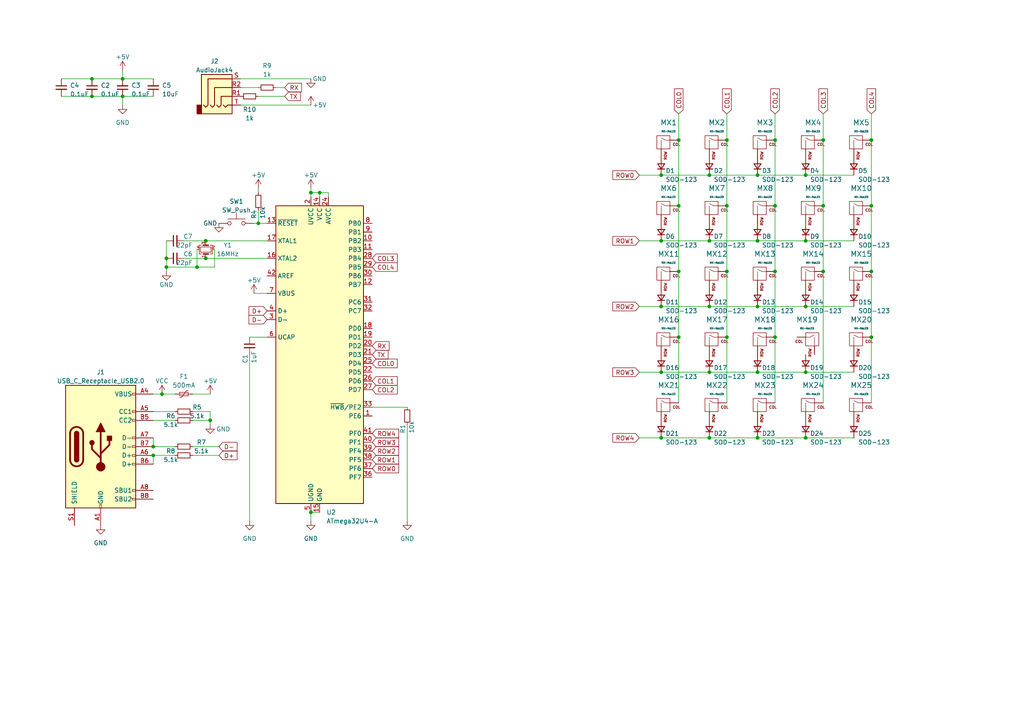
<source format=kicad_sch>
(kicad_sch (version 20230121) (generator eeschema)
  (paper "A4")
  (lib_symbols
    (symbol "Connector:USB_C_Receptacle_USB2.0" (pin_names (offset 1.016))
      (property "Reference" "J" (at -10.16 19.05 0))
      (property "Value" "USB_C_Receptacle_USB2.0" (at 19.05 19.05 0))
      (symbol "USB_C_Receptacle_USB2.0_0_0"
        (rectangle (start -0.254 -17.78) (end 0.254 -16.764))
        (rectangle (start 10.16 -14.986) (end 9.144 -15.494))
        (rectangle (start 10.16 -12.446) (end 9.144 -12.954))
        (rectangle (start 10.16 -4.826) (end 9.144 -5.334))
        (rectangle (start 10.16 -2.286) (end 9.144 -2.794))
        (rectangle (start 10.16 0.254) (end 9.144 -0.254))
        (rectangle (start 10.16 2.794) (end 9.144 2.286))
        (rectangle (start 10.16 7.874) (end 9.144 7.366))
        (rectangle (start 10.16 10.414) (end 9.144 9.906))
        (rectangle (start 10.16 15.494) (end 9.144 14.986))
      )
      (symbol "USB_C_Receptacle_USB2.0_0_1"
        (rectangle (start -10.16 17.78) (end 10.16 -17.78) (stroke (width 0.254)) (fill (type background)))
        (arc (start -8.89 -3.81) (mid -6.985 -5.7067) (end -5.08 -3.81) (stroke (width 0.508)))
        (arc (start -7.62 -3.81) (mid -6.985 -4.4423) (end -6.35 -3.81) (stroke (width 0.254)))
        (arc (start -7.62 -3.81) (mid -6.985 -4.4423) (end -6.35 -3.81) (stroke (width 0.254)) (fill (type outline)))
        (rectangle (start -7.62 -3.81) (end -6.35 3.81) (stroke (width 0.254)) (fill (type outline)))
        (arc (start -6.35 3.81) (mid -6.985 4.4423) (end -7.62 3.81) (stroke (width 0.254)))
        (arc (start -6.35 3.81) (mid -6.985 4.4423) (end -7.62 3.81) (stroke (width 0.254)) (fill (type outline)))
        (arc (start -5.08 3.81) (mid -6.985 5.7067) (end -8.89 3.81) (stroke (width 0.508)))
        (circle (center -2.54 1.143) (radius 0.635) (stroke (width 0.254)) (fill (type outline)))
        (circle (center 0 -5.842) (radius 1.27) (fill (type outline)))
        (polyline (pts (xy -8.89 -3.81) (xy -8.89 3.81)) (stroke (width 0.508)))
        (polyline (pts (xy -5.08 3.81) (xy -5.08 -3.81)) (stroke (width 0.508)))
        (polyline (pts (xy 0 -5.842) (xy 0 4.318)) (stroke (width 0.508)))
        (polyline (pts (xy 0 -3.302) (xy -2.54 -0.762) (xy -2.54 0.508)) (stroke (width 0.508)))
        (polyline (pts (xy 0 -2.032) (xy 2.54 0.508) (xy 2.54 1.778)) (stroke (width 0.508)))
        (polyline (pts (xy -1.27 4.318) (xy 0 6.858) (xy 1.27 4.318) (xy -1.27 4.318)) (stroke (width 0.254)) (fill (type outline)))
        (rectangle (start 1.905 1.778) (end 3.175 3.048) (stroke (width 0.254)) (fill (type outline)))
      )
      (symbol "USB_C_Receptacle_USB2.0_1_1"
        (pin passive line (at 0 -22.86 90) (length 5.08) (name "GND") (number "A1"))
        (pin passive line (at 0 -22.86 90) (length 5.08) hide (name "GND") (number "A12"))
        (pin passive line (at 15.24 15.24 180) (length 5.08) (name "VBUS") (number "A4"))
        (pin bidirectional line (at 15.24 10.16 180) (length 5.08) (name "CC1") (number "A5"))
        (pin bidirectional line (at 15.24 -2.54 180) (length 5.08) (name "D+") (number "A6"))
        (pin bidirectional line (at 15.24 2.54 180) (length 5.08) (name "D-") (number "A7"))
        (pin bidirectional line (at 15.24 -12.7 180) (length 5.08) (name "SBU1") (number "A8"))
        (pin passive line (at 15.24 15.24 180) (length 5.08) hide (name "VBUS") (number "A9"))
        (pin passive line (at 0 -22.86 90) (length 5.08) hide (name "GND") (number "B1"))
        (pin passive line (at 0 -22.86 90) (length 5.08) hide (name "GND") (number "B12"))
        (pin passive line (at 15.24 15.24 180) (length 5.08) hide (name "VBUS") (number "B4"))
        (pin bidirectional line (at 15.24 7.62 180) (length 5.08) (name "CC2") (number "B5"))
        (pin bidirectional line (at 15.24 -5.08 180) (length 5.08) (name "D+") (number "B6"))
        (pin bidirectional line (at 15.24 0 180) (length 5.08) (name "D-") (number "B7"))
        (pin bidirectional line (at 15.24 -15.24 180) (length 5.08) (name "SBU2") (number "B8"))
        (pin passive line (at 15.24 15.24 180) (length 5.08) hide (name "VBUS") (number "B9"))
        (pin passive line (at -7.62 -22.86 90) (length 5.08) (name "SHIELD") (number "S1"))
      )
    )
    (symbol "Connector_Audio:AudioJack4"
      (property "Reference" "J" (at 0 8.89 0))
      (property "Value" "AudioJack4" (at 0 6.35 0))
      (symbol "AudioJack4_0_1"
        (rectangle (start -6.35 -5.08) (end -7.62 -7.62) (stroke (width 0.254)) (fill (type outline)))
        (polyline (pts (xy 0 -5.08) (xy 0.635 -5.715) (xy 1.27 -5.08) (xy 2.54 -5.08)) (stroke (width 0.254)))
        (polyline (pts (xy -5.715 -5.08) (xy -5.08 -5.715) (xy -4.445 -5.08) (xy -4.445 2.54) (xy 2.54 2.54)) (stroke (width 0.254)))
        (polyline (pts (xy -1.905 -5.08) (xy -1.27 -5.715) (xy -0.635 -5.08) (xy -0.635 -2.54) (xy 2.54 -2.54)) (stroke (width 0.254)))
        (polyline (pts (xy 2.54 0) (xy -2.54 0) (xy -2.54 -5.08) (xy -3.175 -5.715) (xy -3.81 -5.08)) (stroke (width 0.254)))
        (rectangle (start 2.54 3.81) (end -6.35 -7.62) (stroke (width 0.254)) (fill (type background)))
      )
      (symbol "AudioJack4_1_1"
        (pin passive line (at 5.08 -2.54 180) (length 2.54) (name "~") (number "R1"))
        (pin passive line (at 5.08 0 180) (length 2.54) (name "~") (number "R2"))
        (pin passive line (at 5.08 2.54 180) (length 2.54) (name "~") (number "S"))
        (pin passive line (at 5.08 -5.08 180) (length 2.54) (name "~") (number "T"))
      )
    )
    (symbol "Device:C_Small" (pin_numbers hide) (pin_names (offset 0.254) hide)
      (property "Reference" "C" (at 0.254 1.778 0))
      (property "Value" "C_Small" (at 0.254 -2.032 0))
      (symbol "C_Small_0_1"
        (polyline (pts (xy -1.524 -0.508) (xy 1.524 -0.508)) (stroke (width 0.3302)))
        (polyline (pts (xy -1.524 0.508) (xy 1.524 0.508)) (stroke (width 0.3048)))
      )
      (symbol "C_Small_1_1"
        (pin passive line (at 0 2.54 270) (length 2.032) (name "~") (number "1"))
        (pin passive line (at 0 -2.54 90) (length 2.032) (name "~") (number "2"))
      )
    )
    (symbol "Device:Crystal_GND24_Small" (pin_names (offset 1.016) hide)
      (property "Reference" "Y" (at 1.27 4.445 0))
      (property "Value" "Crystal_GND24_Small" (at 1.27 2.54 0))
      (symbol "Crystal_GND24_Small_0_1"
        (rectangle (start -0.762 -1.524) (end 0.762 1.524))
        (polyline (pts (xy -1.27 -0.762) (xy -1.27 0.762)) (stroke (width 0.381)))
        (polyline (pts (xy 1.27 -0.762) (xy 1.27 0.762)) (stroke (width 0.381)))
        (polyline (pts (xy -1.27 -1.27) (xy -1.27 -1.905) (xy 1.27 -1.905) (xy 1.27 -1.27)))
        (polyline (pts (xy -1.27 1.27) (xy -1.27 1.905) (xy 1.27 1.905) (xy 1.27 1.27)))
      )
      (symbol "Crystal_GND24_Small_1_1"
        (pin passive line (at -2.54 0 0) (length 1.27) (name "1") (number "1"))
        (pin passive line (at 0 -2.54 90) (length 0.635) (name "2") (number "2"))
        (pin passive line (at 2.54 0 180) (length 1.27) (name "3") (number "3"))
        (pin passive line (at 0 2.54 270) (length 0.635) (name "4") (number "4"))
      )
    )
    (symbol "Device:D_Small" (pin_numbers hide) (pin_names (offset 0.254) hide)
      (property "Reference" "D" (at -1.27 2.032 0))
      (property "Value" "D_Small" (at -3.81 -2.032 0))
      (symbol "D_Small_0_1"
        (polyline (pts (xy -0.762 -1.016) (xy -0.762 1.016)) (stroke (width 0.254)))
        (polyline (pts (xy -0.762 0) (xy 0.762 0)))
        (polyline (pts (xy 0.762 -1.016) (xy -0.762 0) (xy 0.762 1.016) (xy 0.762 -1.016)) (stroke (width 0.254)))
      )
      (symbol "D_Small_1_1"
        (pin passive line (at -2.54 0 0) (length 1.778) (name "K") (number "1"))
        (pin passive line (at 2.54 0 180) (length 1.778) (name "A") (number "2"))
      )
    )
    (symbol "Device:Polyfuse_Small" (pin_numbers hide) (pin_names (offset 0))
      (property "Reference" "F" (at -1.905 0 90))
      (property "Value" "Polyfuse_Small" (at 1.905 0 90))
      (symbol "Polyfuse_Small_0_1"
        (rectangle (start -0.508 1.27) (end 0.508 -1.27))
        (polyline (pts (xy 0 2.54) (xy 0 -2.54)))
        (polyline (pts (xy -1.016 1.27) (xy -1.016 0.762) (xy 1.016 -0.762) (xy 1.016 -1.27)))
      )
      (symbol "Polyfuse_Small_1_1"
        (pin passive line (at 0 2.54 270) (length 0.635) (name "~") (number "1"))
        (pin passive line (at 0 -2.54 90) (length 0.635) (name "~") (number "2"))
      )
    )
    (symbol "Device:R_Small" (pin_numbers hide) (pin_names (offset 0.254) hide)
      (property "Reference" "R" (at 0.762 0.508 0))
      (property "Value" "R_Small" (at 0.762 -1.016 0))
      (symbol "R_Small_0_1"
        (rectangle (start -0.762 1.778) (end 0.762 -1.778) (stroke (width 0.2032)))
      )
      (symbol "R_Small_1_1"
        (pin passive line (at 0 2.54 270) (length 0.762) (name "~") (number "1"))
        (pin passive line (at 0 -2.54 90) (length 0.762) (name "~") (number "2"))
      )
    )
    (symbol "MCU_Microchip_ATmega:ATmega32U4-A"
      (property "Reference" "U" (at -12.7 44.45 0))
      (property "Value" "ATmega32U4-A" (at 2.54 -44.45 0))
      (symbol "ATmega32U4-A_0_1"
        (rectangle (start -12.7 -43.18) (end 12.7 43.18) (stroke (width 0.254)) (fill (type background)))
      )
      (symbol "ATmega32U4-A_1_1"
        (pin bidirectional line (at 15.24 -17.78 180) (length 2.54) (name "PE6") (number "1"))
        (pin bidirectional line (at 15.24 33.02 180) (length 2.54) (name "PB2") (number "10"))
        (pin bidirectional line (at 15.24 30.48 180) (length 2.54) (name "PB3") (number "11"))
        (pin bidirectional line (at 15.24 20.32 180) (length 2.54) (name "PB7") (number "12"))
        (pin input line (at -15.24 38.1 0) (length 2.54) (name "~{RESET}") (number "13"))
        (pin power_in line (at 0 45.72 270) (length 2.54) (name "VCC") (number "14"))
        (pin power_in line (at 0 -45.72 90) (length 2.54) (name "GND") (number "15"))
        (pin output line (at -15.24 27.94 0) (length 2.54) (name "XTAL2") (number "16"))
        (pin input line (at -15.24 33.02 0) (length 2.54) (name "XTAL1") (number "17"))
        (pin bidirectional line (at 15.24 7.62 180) (length 2.54) (name "PD0") (number "18"))
        (pin bidirectional line (at 15.24 5.08 180) (length 2.54) (name "PD1") (number "19"))
        (pin power_in line (at -2.54 45.72 270) (length 2.54) (name "UVCC") (number "2"))
        (pin bidirectional line (at 15.24 2.54 180) (length 2.54) (name "PD2") (number "20"))
        (pin bidirectional line (at 15.24 0 180) (length 2.54) (name "PD3") (number "21"))
        (pin bidirectional line (at 15.24 -5.08 180) (length 2.54) (name "PD5") (number "22"))
        (pin passive line (at 0 -45.72 90) (length 2.54) hide (name "GND") (number "23"))
        (pin power_in line (at 2.54 45.72 270) (length 2.54) (name "AVCC") (number "24"))
        (pin bidirectional line (at 15.24 -2.54 180) (length 2.54) (name "PD4") (number "25"))
        (pin bidirectional line (at 15.24 -7.62 180) (length 2.54) (name "PD6") (number "26"))
        (pin bidirectional line (at 15.24 -10.16 180) (length 2.54) (name "PD7") (number "27"))
        (pin bidirectional line (at 15.24 27.94 180) (length 2.54) (name "PB4") (number "28"))
        (pin bidirectional line (at 15.24 25.4 180) (length 2.54) (name "PB5") (number "29"))
        (pin bidirectional line (at -15.24 10.16 0) (length 2.54) (name "D-") (number "3"))
        (pin bidirectional line (at 15.24 22.86 180) (length 2.54) (name "PB6") (number "30"))
        (pin bidirectional line (at 15.24 15.24 180) (length 2.54) (name "PC6") (number "31"))
        (pin bidirectional line (at 15.24 12.7 180) (length 2.54) (name "PC7") (number "32"))
        (pin bidirectional line (at 15.24 -15.24 180) (length 2.54) (name "~{HWB}/PE2") (number "33"))
        (pin passive line (at 0 45.72 270) (length 2.54) hide (name "VCC") (number "34"))
        (pin passive line (at 0 -45.72 90) (length 2.54) hide (name "GND") (number "35"))
        (pin bidirectional line (at 15.24 -35.56 180) (length 2.54) (name "PF7") (number "36"))
        (pin bidirectional line (at 15.24 -33.02 180) (length 2.54) (name "PF6") (number "37"))
        (pin bidirectional line (at 15.24 -30.48 180) (length 2.54) (name "PF5") (number "38"))
        (pin bidirectional line (at 15.24 -27.94 180) (length 2.54) (name "PF4") (number "39"))
        (pin bidirectional line (at -15.24 12.7 0) (length 2.54) (name "D+") (number "4"))
        (pin bidirectional line (at 15.24 -25.4 180) (length 2.54) (name "PF1") (number "40"))
        (pin bidirectional line (at 15.24 -22.86 180) (length 2.54) (name "PF0") (number "41"))
        (pin passive line (at -15.24 22.86 0) (length 2.54) (name "AREF") (number "42"))
        (pin passive line (at 0 -45.72 90) (length 2.54) hide (name "GND") (number "43"))
        (pin passive line (at 2.54 45.72 270) (length 2.54) hide (name "AVCC") (number "44"))
        (pin passive line (at -2.54 -45.72 90) (length 2.54) (name "UGND") (number "5"))
        (pin passive line (at -15.24 5.08 0) (length 2.54) (name "UCAP") (number "6"))
        (pin input line (at -15.24 17.78 0) (length 2.54) (name "VBUS") (number "7"))
        (pin bidirectional line (at 15.24 38.1 180) (length 2.54) (name "PB0") (number "8"))
        (pin bidirectional line (at 15.24 35.56 180) (length 2.54) (name "PB1") (number "9"))
      )
    )
    (symbol "MX_Alps_Hybrid:MX-NoLED" (pin_names (offset 1.016))
      (property "Reference" "MX" (at -0.635 3.81 0))
      (property "Value" "MX-NoLED" (at -0.635 1.27 0))
      (symbol "MX-NoLED_0_0"
        (rectangle (start -2.54 2.54) (end 1.27 -1.27))
        (polyline (pts (xy -1.27 -1.27) (xy -1.27 1.27)) (stroke (width 0.127)))
        (polyline (pts (xy 1.27 1.27) (xy 0 1.27) (xy -1.27 1.905)) (stroke (width 0.127)))
        (text "COL" (at 3.175 0 0) (effects (font (size 0.762 0.762))))
        (text "ROW" (at 0 -1.905 900) (effects (font (size 0.762 0.762)) (justify right)))
      )
      (symbol "MX-NoLED_1_1"
        (pin passive line (at 3.81 1.27 180) (length 2.54) (name "COL") (number "1"))
        (pin passive line (at -1.27 -3.81 90) (length 2.54) (name "ROW") (number "2"))
      )
    )
    (symbol "Switch:SW_Push" (pin_numbers hide) (pin_names (offset 1.016) hide)
      (property "Reference" "SW" (at 1.27 2.54 0))
      (property "Value" "SW_Push" (at 0 -1.524 0))
      (symbol "SW_Push_0_1"
        (circle (center -2.032 0) (radius 0.508))
        (polyline (pts (xy 0 1.27) (xy 0 3.048)))
        (polyline (pts (xy 2.54 1.27) (xy -2.54 1.27)))
        (circle (center 2.032 0) (radius 0.508))
        (pin passive line (at -5.08 0 0) (length 2.54) (name "1") (number "1"))
        (pin passive line (at 5.08 0 180) (length 2.54) (name "2") (number "2"))
      )
    )
    (symbol "power:+5V" (power) (pin_names (offset 0))
      (property "Value" "+5V" (at 0 3.556 0))
      (symbol "+5V_0_1"
        (polyline (pts (xy -0.762 1.27) (xy 0 2.54)))
        (polyline (pts (xy 0 0) (xy 0 2.54)))
        (polyline (pts (xy 0 2.54) (xy 0.762 1.27)))
      )
      (symbol "+5V_1_1"
        (pin power_in line (at 0 0 90) (length 0) hide (name "+5V") (number "1"))
      )
    )
    (symbol "power:GND" (power) (pin_names (offset 0))
      (property "Value" "GND" (at 0 -3.81 0))
      (symbol "GND_0_1"
        (polyline (pts (xy 0 0) (xy 0 -1.27) (xy 1.27 -1.27) (xy 0 -2.54) (xy -1.27 -1.27) (xy 0 -1.27)))
      )
      (symbol "GND_1_1"
        (pin power_in line (at 0 0 270) (length 0) hide (name "GND") (number "1"))
      )
    )
    (symbol "power:VCC" (power) (pin_names (offset 0))
      (property "Value" "VCC" (at 0 3.81 0))
      (symbol "VCC_0_1"
        (polyline (pts (xy -0.762 1.27) (xy 0 2.54)))
        (polyline (pts (xy 0 0) (xy 0 2.54)))
        (polyline (pts (xy 0 2.54) (xy 0.762 1.27)))
      )
      (symbol "VCC_1_1"
        (pin power_in line (at 0 0 90) (length 0) hide (name "VCC") (number "1"))
      )
    )
  )
  (junction (at 60.96 121.92))
  (junction (at 196.85 59.69))
  (junction (at 57.15 77.47))
  (junction (at 59.69 74.93))
  (junction (at 252.73 59.69))
  (junction (at 196.85 97.79))
  (junction (at 205.74 69.85))
  (junction (at 252.73 40.64))
  (junction (at 219.71 69.85))
  (junction (at 26.67 22.86))
  (junction (at 191.77 50.8))
  (junction (at 205.74 107.95))
  (junction (at 224.79 78.74))
  (junction (at 224.79 40.64))
  (junction (at 205.74 127))
  (junction (at 35.56 27.94))
  (junction (at 46.99 114.3))
  (junction (at 90.17 148.59))
  (junction (at 210.82 59.69))
  (junction (at 44.45 129.54))
  (junction (at 35.56 22.86))
  (junction (at 219.71 127))
  (junction (at 26.67 27.94))
  (junction (at 210.82 97.79))
  (junction (at 205.74 88.9))
  (junction (at 196.85 78.74))
  (junction (at 90.17 55.88))
  (junction (at 92.71 55.88))
  (junction (at 224.79 59.69))
  (junction (at 233.68 88.9))
  (junction (at 238.76 59.69))
  (junction (at 233.68 107.95))
  (junction (at 191.77 107.95))
  (junction (at 219.71 88.9))
  (junction (at 48.26 77.47))
  (junction (at 191.77 88.9))
  (junction (at 252.73 97.79))
  (junction (at 48.26 74.93))
  (junction (at 233.68 50.8))
  (junction (at 210.82 40.64))
  (junction (at 205.74 50.8))
  (junction (at 233.68 127))
  (junction (at 74.93 64.77))
  (junction (at 191.77 127))
  (junction (at 196.85 40.64))
  (junction (at 233.68 69.85))
  (junction (at 44.45 132.08))
  (junction (at 59.69 69.85))
  (junction (at 238.76 40.64))
  (junction (at 238.76 78.74))
  (junction (at 219.71 50.8))
  (junction (at 191.77 69.85))
  (junction (at 252.73 78.74))
  (junction (at 219.71 107.95))
  (junction (at 210.82 78.74))
  (junction (at 224.79 97.79))
  (wire (pts (xy 233.68 50.8) (xy 247.65 50.8)))
  (wire (pts (xy 196.85 33.02) (xy 196.85 40.64)))
  (wire (pts (xy 219.71 127) (xy 233.68 127)))
  (wire (pts (xy 55.88 119.38) (xy 60.96 119.38)))
  (wire (pts (xy 35.56 22.86) (xy 44.45 22.86)))
  (wire (pts (xy 90.17 148.59) (xy 92.71 148.59)))
  (wire (pts (xy 233.68 127) (xy 247.65 127)))
  (wire (pts (xy 210.82 59.69) (xy 210.82 78.74)))
  (wire (pts (xy 35.56 20.32) (xy 35.56 22.86)))
  (wire (pts (xy 238.76 78.74) (xy 238.76 116.84)))
  (wire (pts (xy 17.78 22.86) (xy 26.67 22.86)))
  (wire (pts (xy 53.34 74.93) (xy 59.69 74.93)))
  (wire (pts (xy 95.25 55.88) (xy 92.71 55.88)))
  (wire (pts (xy 196.85 97.79) (xy 196.85 116.84)))
  (wire (pts (xy 191.77 127) (xy 205.74 127)))
  (wire (pts (xy 72.39 102.87) (xy 72.39 151.13)))
  (wire (pts (xy 185.42 69.85) (xy 191.77 69.85)))
  (wire (pts (xy 35.56 27.94) (xy 44.45 27.94)))
  (wire (pts (xy 26.67 27.94) (xy 35.56 27.94)))
  (wire (pts (xy 196.85 78.74) (xy 196.85 97.79)))
  (wire (pts (xy 62.23 72.39) (xy 62.23 77.47)))
  (wire (pts (xy 118.11 123.19) (xy 118.11 151.13)))
  (wire (pts (xy 44.45 132.08) (xy 44.45 134.62)))
  (wire (pts (xy 224.79 97.79) (xy 224.79 116.84)))
  (wire (pts (xy 196.85 40.64) (xy 196.85 59.69)))
  (wire (pts (xy 252.73 97.79) (xy 252.73 116.84)))
  (wire (pts (xy 48.26 69.85) (xy 48.26 74.93)))
  (wire (pts (xy 55.88 114.3) (xy 60.96 114.3)))
  (wire (pts (xy 74.93 25.4) (xy 69.85 25.4)))
  (wire (pts (xy 17.78 27.94) (xy 26.67 27.94)))
  (wire (pts (xy 55.88 121.92) (xy 60.96 121.92)))
  (wire (pts (xy 73.66 64.77) (xy 74.93 64.77)))
  (wire (pts (xy 57.15 72.39) (xy 57.15 77.47)))
  (wire (pts (xy 73.66 85.09) (xy 77.47 85.09)))
  (wire (pts (xy 205.74 69.85) (xy 219.71 69.85)))
  (wire (pts (xy 90.17 148.59) (xy 90.17 151.13)))
  (wire (pts (xy 185.42 88.9) (xy 191.77 88.9)))
  (wire (pts (xy 35.56 27.94) (xy 35.56 30.48)))
  (wire (pts (xy 92.71 55.88) (xy 92.71 57.15)))
  (wire (pts (xy 62.23 77.47) (xy 57.15 77.47)))
  (wire (pts (xy 219.71 69.85) (xy 233.68 69.85)))
  (wire (pts (xy 60.96 119.38) (xy 60.96 121.92)))
  (wire (pts (xy 48.26 78.74) (xy 48.26 77.47)))
  (wire (pts (xy 74.93 64.77) (xy 77.47 64.77)))
  (wire (pts (xy 205.74 127) (xy 219.71 127)))
  (wire (pts (xy 233.68 88.9) (xy 247.65 88.9)))
  (wire (pts (xy 55.88 129.54) (xy 63.5 129.54)))
  (wire (pts (xy 238.76 59.69) (xy 238.76 78.74)))
  (wire (pts (xy 80.01 25.4) (xy 82.55 25.4)))
  (wire (pts (xy 219.71 107.95) (xy 233.68 107.95)))
  (wire (pts (xy 48.26 77.47) (xy 57.15 77.47)))
  (wire (pts (xy 53.34 69.85) (xy 59.69 69.85)))
  (wire (pts (xy 69.85 30.48) (xy 90.17 30.48)))
  (wire (pts (xy 191.77 107.95) (xy 205.74 107.95)))
  (wire (pts (xy 252.73 78.74) (xy 252.73 97.79)))
  (wire (pts (xy 107.95 118.11) (xy 118.11 118.11)))
  (wire (pts (xy 191.77 50.8) (xy 205.74 50.8)))
  (wire (pts (xy 224.79 40.64) (xy 224.79 59.69)))
  (wire (pts (xy 252.73 59.69) (xy 252.73 78.74)))
  (wire (pts (xy 219.71 88.9) (xy 233.68 88.9)))
  (wire (pts (xy 72.39 97.79) (xy 77.47 97.79)))
  (wire (pts (xy 224.79 59.69) (xy 224.79 78.74)))
  (wire (pts (xy 205.74 88.9) (xy 219.71 88.9)))
  (wire (pts (xy 210.82 33.02) (xy 210.82 40.64)))
  (wire (pts (xy 185.42 127) (xy 191.77 127)))
  (wire (pts (xy 252.73 40.64) (xy 252.73 59.69)))
  (wire (pts (xy 44.45 114.3) (xy 46.99 114.3)))
  (wire (pts (xy 233.68 107.95) (xy 247.65 107.95)))
  (wire (pts (xy 233.68 69.85) (xy 247.65 69.85)))
  (wire (pts (xy 44.45 121.92) (xy 50.8 121.92)))
  (wire (pts (xy 44.45 119.38) (xy 50.8 119.38)))
  (wire (pts (xy 224.79 78.74) (xy 224.79 97.79)))
  (wire (pts (xy 92.71 55.88) (xy 90.17 55.88)))
  (wire (pts (xy 219.71 50.8) (xy 233.68 50.8)))
  (wire (pts (xy 26.67 22.86) (xy 35.56 22.86)))
  (wire (pts (xy 210.82 97.79) (xy 210.82 116.84)))
  (wire (pts (xy 185.42 107.95) (xy 191.77 107.95)))
  (wire (pts (xy 196.85 59.69) (xy 196.85 78.74)))
  (wire (pts (xy 90.17 54.61) (xy 90.17 55.88)))
  (wire (pts (xy 44.45 127) (xy 44.45 129.54)))
  (wire (pts (xy 205.74 50.8) (xy 219.71 50.8)))
  (wire (pts (xy 238.76 33.02) (xy 238.76 40.64)))
  (wire (pts (xy 191.77 69.85) (xy 205.74 69.85)))
  (wire (pts (xy 74.93 60.96) (xy 74.93 64.77)))
  (wire (pts (xy 95.25 57.15) (xy 95.25 55.88)))
  (wire (pts (xy 252.73 33.02) (xy 252.73 40.64)))
  (wire (pts (xy 90.17 55.88) (xy 90.17 57.15)))
  (wire (pts (xy 69.85 22.86) (xy 90.17 22.86)))
  (wire (pts (xy 59.69 74.93) (xy 77.47 74.93)))
  (wire (pts (xy 74.93 27.94) (xy 82.55 27.94)))
  (wire (pts (xy 210.82 40.64) (xy 210.82 59.69)))
  (wire (pts (xy 44.45 132.08) (xy 50.8 132.08)))
  (wire (pts (xy 205.74 107.95) (xy 219.71 107.95)))
  (wire (pts (xy 60.96 121.92) (xy 60.96 123.19)))
  (wire (pts (xy 191.77 88.9) (xy 205.74 88.9)))
  (wire (pts (xy 48.26 77.47) (xy 48.26 74.93)))
  (wire (pts (xy 238.76 40.64) (xy 238.76 59.69)))
  (wire (pts (xy 224.79 33.02) (xy 224.79 40.64)))
  (wire (pts (xy 55.88 132.08) (xy 63.5 132.08)))
  (wire (pts (xy 46.99 114.3) (xy 50.8 114.3)))
  (wire (pts (xy 44.45 129.54) (xy 50.8 129.54)))
  (wire (pts (xy 74.93 54.61) (xy 74.93 55.88)))
  (wire (pts (xy 210.82 78.74) (xy 210.82 97.79)))
  (wire (pts (xy 185.42 50.8) (xy 191.77 50.8)))
  (wire (pts (xy 59.69 69.85) (xy 77.47 69.85)))
  (global_label "COL3" (shape input) (at 238.76 33.02 90) (property "Intersheetrefs" "${INTERSHEET_REFS}" (effects hide)))
  (global_label "ROW2" (shape input) (at 107.95 130.81 0) (property "Intersheetrefs" "${INTERSHEET_REFS}" (effects hide)))
  (global_label "COL4" (shape input) (at 252.73 33.02 90) (property "Intersheetrefs" "${INTERSHEET_REFS}" (effects hide)))
  (global_label "COL4" (shape input) (at 107.95 77.47 0) (property "Intersheetrefs" "${INTERSHEET_REFS}" (effects hide)))
  (global_label "RX" (shape input) (at 107.95 100.33 0) (property "Intersheetrefs" "${INTERSHEET_REFS}" (effects hide)))
  (global_label "RX" (shape input) (at 82.55 25.4 0) (property "Intersheetrefs" "${INTERSHEET_REFS}" (effects hide)))
  (global_label "ROW1" (shape input) (at 107.95 133.35 0) (property "Intersheetrefs" "${INTERSHEET_REFS}" (effects hide)))
  (global_label "D+" (shape input) (at 77.47 90.17 180) (property "Intersheetrefs" "${INTERSHEET_REFS}" (effects hide)))
  (global_label "ROW3" (shape input) (at 107.95 128.27 0) (property "Intersheetrefs" "${INTERSHEET_REFS}" (effects hide)))
  (global_label "COL3" (shape input) (at 107.95 74.93 0) (property "Intersheetrefs" "${INTERSHEET_REFS}" (effects hide)))
  (global_label "ROW0" (shape input) (at 107.95 135.89 0) (property "Intersheetrefs" "${INTERSHEET_REFS}" (effects hide)))
  (global_label "COL2" (shape input) (at 224.79 33.02 90) (property "Intersheetrefs" "${INTERSHEET_REFS}" (effects hide)))
  (global_label "D-" (shape input) (at 77.47 92.71 180) (property "Intersheetrefs" "${INTERSHEET_REFS}" (effects hide)))
  (global_label "COL2" (shape input) (at 107.95 113.03 0) (property "Intersheetrefs" "${INTERSHEET_REFS}" (effects hide)))
  (global_label "COL0" (shape input) (at 196.85 33.02 90) (property "Intersheetrefs" "${INTERSHEET_REFS}" (effects hide)))
  (global_label "ROW0" (shape input) (at 185.42 50.8 180) (property "Intersheetrefs" "${INTERSHEET_REFS}" (effects hide)))
  (global_label "ROW4" (shape input) (at 107.95 125.73 0) (property "Intersheetrefs" "${INTERSHEET_REFS}" (effects hide)))
  (global_label "D-" (shape input) (at 63.5 129.54 0) (property "Intersheetrefs" "${INTERSHEET_REFS}" (effects hide)))
  (global_label "TX" (shape input) (at 82.55 27.94 0) (property "Intersheetrefs" "${INTERSHEET_REFS}" (effects hide)))
  (global_label "TX" (shape input) (at 107.95 102.87 0) (property "Intersheetrefs" "${INTERSHEET_REFS}" (effects hide)))
  (global_label "D+" (shape input) (at 63.5 132.08 0) (property "Intersheetrefs" "${INTERSHEET_REFS}" (effects hide)))
  (global_label "ROW3" (shape input) (at 185.42 107.95 180) (property "Intersheetrefs" "${INTERSHEET_REFS}" (effects hide)))
  (global_label "COL1" (shape input) (at 210.82 33.02 90) (property "Intersheetrefs" "${INTERSHEET_REFS}" (effects hide)))
  (global_label "COL1" (shape input) (at 107.95 110.49 0) (property "Intersheetrefs" "${INTERSHEET_REFS}" (effects hide)))
  (global_label "ROW2" (shape input) (at 185.42 88.9 180) (property "Intersheetrefs" "${INTERSHEET_REFS}" (effects hide)))
  (global_label "ROW1" (shape input) (at 185.42 69.85 180) (property "Intersheetrefs" "${INTERSHEET_REFS}" (effects hide)))
  (global_label "COL0" (shape input) (at 107.95 105.41 0) (property "Intersheetrefs" "${INTERSHEET_REFS}" (effects hide)))
  (global_label "ROW4" (shape input) (at 185.42 127 180) (property "Intersheetrefs" "${INTERSHEET_REFS}" (effects hide)))
  (symbol (lib_id "MX_Alps_Hybrid:MX-NoLED") (at 207.01 60.96 0) (unit 1)
    (property "Reference" "MX7" (at 207.8932 54.61 0) (effects (font (size 1.524 1.524))))
    (property "Value" "MX-NoLED" (at 207.8932 57.15 0) (effects (font (size 0.508 0.508))))
    (property "Footprint" "MX_Alps_Hybrid:MX-1U-NoLED" (effects hide))
  )
  (symbol (lib_id "MX_Alps_Hybrid:MX-NoLED") (at 193.04 60.96 0) (unit 1)
    (property "Reference" "MX6" (at 193.9232 54.61 0) (effects (font (size 1.524 1.524))))
    (property "Value" "MX-NoLED" (at 193.9232 57.15 0) (effects (font (size 0.508 0.508))))
    (property "Footprint" "MX_Alps_Hybrid:MX-1U-NoLED" (effects hide))
  )
  (symbol (lib_id "Device:D_Small") (at 233.68 67.31 90) (unit 1)
    (property "Reference" "D9" (at 234.95 68.58 90) (effects (justify right)))
    (property "Value" "SOD-123" (at 234.95 71.12 90) (effects (justify right)))
    (property "Footprint" "Diode_SMD:D_SOD-123" (effects hide))
    (property "Sim.Device" "D" (effects hide))
    (property "Sim.Pins" "1=K 2=A" (effects hide))
  )
  (symbol (lib_id "Device:C_Small") (at 35.56 25.4 180) (unit 1)
    (property "Reference" "C3" (at 38.1 24.7586 0) (effects (justify right)))
    (property "Value" "0.1uF" (at 38.1 27.2986 0) (effects (justify right)))
    (property "Footprint" "Capacitor_SMD:C_0805_2012Metric" (effects hide))
  )
  (symbol (lib_id "Device:D_Small") (at 205.74 124.46 90) (unit 1)
    (property "Reference" "D22" (at 207.01 125.73 90) (effects (justify right)))
    (property "Value" "SOD-123" (at 207.01 128.27 90) (effects (justify right)))
    (property "Footprint" "Diode_SMD:D_SOD-123" (effects hide))
    (property "Sim.Device" "D" (effects hide))
    (property "Sim.Pins" "1=K 2=A" (effects hide))
  )
  (symbol (lib_id "Device:D_Small") (at 205.74 67.31 90) (unit 1)
    (property "Reference" "D7" (at 207.01 68.58 90) (effects (justify right)))
    (property "Value" "SOD-123" (at 207.01 71.12 90) (effects (justify right)))
    (property "Footprint" "Diode_SMD:D_SOD-123" (effects hide))
    (property "Sim.Device" "D" (effects hide))
    (property "Sim.Pins" "1=K 2=A" (effects hide))
  )
  (symbol (lib_id "Device:D_Small") (at 205.74 86.36 90) (unit 1)
    (property "Reference" "D12" (at 207.01 87.63 90) (effects (justify right)))
    (property "Value" "SOD-123" (at 207.01 90.17 90) (effects (justify right)))
    (property "Footprint" "Diode_SMD:D_SOD-123" (effects hide))
    (property "Sim.Device" "D" (effects hide))
    (property "Sim.Pins" "1=K 2=A" (effects hide))
  )
  (symbol (lib_id "power:+5V") (at 90.17 54.61 0) (unit 1)
    (property "Reference" "#PWR01" (effects hide))
    (property "Value" "+5V" (at 90.17 50.8 0))
  )
  (symbol (lib_id "Device:D_Small") (at 219.71 124.46 90) (unit 1)
    (property "Reference" "D23" (at 220.98 125.73 90) (effects (justify right)))
    (property "Value" "SOD-123" (at 220.98 128.27 90) (effects (justify right)))
    (property "Footprint" "Diode_SMD:D_SOD-123" (effects hide))
    (property "Sim.Device" "D" (effects hide))
    (property "Sim.Pins" "1=K 2=A" (effects hide))
  )
  (symbol (lib_id "MX_Alps_Hybrid:MX-NoLED") (at 248.92 60.96 0) (unit 1)
    (property "Reference" "MX10" (at 249.8032 54.61 0) (effects (font (size 1.524 1.524))))
    (property "Value" "MX-NoLED" (at 249.8032 57.15 0) (effects (font (size 0.508 0.508))))
    (property "Footprint" "MX_Alps_Hybrid:MX-1U-NoLED" (effects hide))
  )
  (symbol (lib_id "MX_Alps_Hybrid:MX-NoLED") (at 193.04 80.01 0) (unit 1)
    (property "Reference" "MX11" (at 193.9232 73.66 0) (effects (font (size 1.524 1.524))))
    (property "Value" "MX-NoLED" (at 193.9232 76.2 0) (effects (font (size 0.508 0.508))))
    (property "Footprint" "MX_Alps_Hybrid:MX-1U-NoLED" (effects hide))
  )
  (symbol (lib_id "MX_Alps_Hybrid:MX-NoLED") (at 193.04 99.06 0) (unit 1)
    (property "Reference" "MX16" (at 193.9232 92.71 0) (effects (font (size 1.524 1.524))))
    (property "Value" "MX-NoLED" (at 193.9232 95.25 0) (effects (font (size 0.508 0.508))))
    (property "Footprint" "MX_Alps_Hybrid:MX-1U-NoLED" (effects hide))
  )
  (symbol (lib_id "Connector:USB_C_Receptacle_USB2.0") (at 29.21 129.54 0) (unit 1)
    (property "Reference" "J1" (at 29.21 107.95 0))
    (property "Value" "USB_C_Receptacle_USB2.0" (at 29.21 110.49 0))
    (property "Footprint" "Connector_USB:USB_C_Receptacle_Amphenol_12401610E4-2A" (effects hide))
    (property "Datasheet" "https://www.usb.org/sites/default/files/documents/usb_type-c.zip" (effects hide))
  )
  (symbol (lib_id "power:GND") (at 118.11 151.13 0) (unit 1)
    (property "Reference" "#PWR03" (effects hide))
    (property "Value" "GND" (at 118.11 156.21 0))
  )
  (symbol (lib_id "power:+5V") (at 73.66 85.09 0) (unit 1)
    (property "Reference" "#PWR07" (effects hide))
    (property "Value" "+5V" (at 73.66 81.28 0))
  )
  (symbol (lib_id "Device:Crystal_GND24_Small") (at 59.69 72.39 90) (unit 1)
    (property "Reference" "Y1" (at 66.04 71.12 90))
    (property "Value" "16MHz" (at 66.04 73.66 90))
    (property "Footprint" "Crystal:Crystal_SMD_3225-4Pin_3.2x2.5mm" (effects hide))
  )
  (symbol (lib_id "Device:D_Small") (at 191.77 48.26 90) (unit 1)
    (property "Reference" "D1" (at 193.04 49.53 90) (effects (justify right)))
    (property "Value" "SOD-123" (at 193.04 52.07 90) (effects (justify right)))
    (property "Footprint" "Diode_SMD:D_SOD-123" (effects hide))
    (property "Sim.Device" "D" (effects hide))
    (property "Sim.Pins" "1=K 2=A" (effects hide))
  )
  (symbol (lib_id "Device:D_Small") (at 233.68 124.46 90) (unit 1)
    (property "Reference" "D24" (at 234.95 125.73 90) (effects (justify right)))
    (property "Value" "SOD-123" (at 234.95 128.27 90) (effects (justify right)))
    (property "Footprint" "Diode_SMD:D_SOD-123" (effects hide))
    (property "Sim.Device" "D" (effects hide))
    (property "Sim.Pins" "1=K 2=A" (effects hide))
  )
  (symbol (lib_id "Device:Polyfuse_Small") (at 53.34 114.3 90) (unit 1)
    (property "Reference" "F1" (at 53.34 109.22 90))
    (property "Value" "500mA" (at 53.34 111.76 90))
    (property "Footprint" "Fuse:Fuse_1206_3216Metric" (effects hide))
  )
  (symbol (lib_id "MX_Alps_Hybrid:MX-NoLED") (at 207.01 41.91 0) (unit 1)
    (property "Reference" "MX2" (at 207.8932 35.56 0) (effects (font (size 1.524 1.524))))
    (property "Value" "MX-NoLED" (at 207.8932 38.1 0) (effects (font (size 0.508 0.508))))
    (property "Footprint" "MX_Alps_Hybrid:MX-1U-NoLED" (effects hide))
  )
  (symbol (lib_id "Device:C_Small") (at 50.8 69.85 90) (unit 1)
    (property "Reference" "C7" (at 55.88 68.58 90) (effects (justify left)))
    (property "Value" "22pF" (at 55.88 71.12 90) (effects (justify left)))
    (property "Footprint" "Capacitor_SMD:C_0805_2012Metric" (effects hide))
  )
  (symbol (lib_id "Device:D_Small") (at 233.68 105.41 90) (unit 1)
    (property "Reference" "D19" (at 234.95 106.68 90) (effects (justify right)))
    (property "Value" "SOD-123" (at 234.95 109.22 90) (effects (justify right)))
    (property "Footprint" "Diode_SMD:D_SOD-123" (effects hide))
    (property "Sim.Device" "D" (effects hide))
    (property "Sim.Pins" "1=K 2=A" (effects hide))
  )
  (symbol (lib_id "Device:D_Small") (at 233.68 86.36 90) (unit 1)
    (property "Reference" "D14" (at 234.95 87.63 90) (effects (justify right)))
    (property "Value" "SOD-123" (at 234.95 90.17 90) (effects (justify right)))
    (property "Footprint" "Diode_SMD:D_SOD-123" (effects hide))
    (property "Sim.Device" "D" (effects hide))
    (property "Sim.Pins" "1=K 2=A" (effects hide))
  )
  (symbol (lib_id "MX_Alps_Hybrid:MX-NoLED") (at 248.92 99.06 0) (unit 1)
    (property "Reference" "MX20" (at 249.8032 92.71 0) (effects (font (size 1.524 1.524))))
    (property "Value" "MX-NoLED" (at 249.8032 95.25 0) (effects (font (size 0.508 0.508))))
    (property "Footprint" "MX_Alps_Hybrid:MX-1U-NoLED" (effects hide))
  )
  (symbol (lib_id "Device:D_Small") (at 191.77 105.41 90) (unit 1)
    (property "Reference" "D16" (at 193.04 106.68 90) (effects (justify right)))
    (property "Value" "SOD-123" (at 193.04 109.22 90) (effects (justify right)))
    (property "Footprint" "Diode_SMD:D_SOD-123" (effects hide))
    (property "Sim.Device" "D" (effects hide))
    (property "Sim.Pins" "1=K 2=A" (effects hide))
  )
  (symbol (lib_id "MX_Alps_Hybrid:MX-NoLED") (at 234.95 80.01 0) (unit 1)
    (property "Reference" "MX14" (at 235.8332 73.66 0) (effects (font (size 1.524 1.524))))
    (property "Value" "MX-NoLED" (at 235.8332 76.2 0) (effects (font (size 0.508 0.508))))
    (property "Footprint" "MX_Alps_Hybrid:MX-1U-NoLED" (effects hide))
  )
  (symbol (lib_id "Device:D_Small") (at 219.71 48.26 90) (unit 1)
    (property "Reference" "D3" (at 220.98 49.53 90) (effects (justify right)))
    (property "Value" "SOD-123" (at 220.98 52.07 90) (effects (justify right)))
    (property "Footprint" "Diode_SMD:D_SOD-123" (effects hide))
    (property "Sim.Device" "D" (effects hide))
    (property "Sim.Pins" "1=K 2=A" (effects hide))
  )
  (symbol (lib_id "MCU_Microchip_ATmega:ATmega32U4-A") (at 92.71 102.87 0) (unit 1)
    (property "Reference" "U2" (at 94.6659 148.59 0) (effects (justify left)))
    (property "Value" "ATmega32U4-A" (at 94.6659 151.13 0) (effects (justify left)))
    (property "Footprint" "Package_QFP:TQFP-44_10x10mm_P0.8mm" (effects hide))
    (property "Datasheet" "http://ww1.microchip.com/downloads/en/DeviceDoc/Atmel-7766-8-bit-AVR-ATmega16U4-32U4_Datasheet.pdf" (effects hide))
  )
  (symbol (lib_id "Device:D_Small") (at 219.71 67.31 90) (unit 1)
    (property "Reference" "D8" (at 220.98 68.58 90) (effects (justify right)))
    (property "Value" "SOD-123" (at 220.98 71.12 90) (effects (justify right)))
    (property "Footprint" "Diode_SMD:D_SOD-123" (effects hide))
    (property "Sim.Device" "D" (effects hide))
    (property "Sim.Pins" "1=K 2=A" (effects hide))
  )
  (symbol (lib_id "Device:R_Small") (at 53.34 121.92 90) (unit 1)
    (property "Reference" "R6" (at 49.53 120.65 90))
    (property "Value" "5.1k" (at 49.53 123.19 90))
    (property "Footprint" "Resistor_SMD:R_0805_2012Metric" (effects hide))
  )
  (symbol (lib_id "Device:C_Small") (at 44.45 25.4 180) (unit 1)
    (property "Reference" "C5" (at 46.99 24.7586 0) (effects (justify right)))
    (property "Value" "10uF" (at 46.99 27.2986 0) (effects (justify right)))
    (property "Footprint" "Capacitor_SMD:C_0805_2012Metric" (effects hide))
  )
  (symbol (lib_id "Device:D_Small") (at 219.71 105.41 90) (unit 1)
    (property "Reference" "D18" (at 220.98 106.68 90) (effects (justify right)))
    (property "Value" "SOD-123" (at 220.98 109.22 90) (effects (justify right)))
    (property "Footprint" "Diode_SMD:D_SOD-123" (effects hide))
    (property "Sim.Device" "D" (effects hide))
    (property "Sim.Pins" "1=K 2=A" (effects hide))
  )
  (symbol (lib_id "MX_Alps_Hybrid:MX-NoLED") (at 234.95 99.06 0) (mirror y) (unit 1)
    (property "Reference" "MX19" (at 234.0668 92.71 0) (effects (font (size 1.524 1.524))))
    (property "Value" "MX-NoLED" (at 234.0668 95.25 0) (effects (font (size 0.508 0.508))))
    (property "Footprint" "MX_Alps_Hybrid:MX-1U-NoLED" (effects hide))
  )
  (symbol (lib_id "MX_Alps_Hybrid:MX-NoLED") (at 193.04 41.91 0) (unit 1)
    (property "Reference" "MX1" (at 193.9232 35.56 0) (effects (font (size 1.524 1.524))))
    (property "Value" "MX-NoLED" (at 193.9232 38.1 0) (effects (font (size 0.508 0.508))))
    (property "Footprint" "MX_Alps_Hybrid:MX-1U-NoLED" (effects hide))
  )
  (symbol (lib_id "power:GND") (at 63.5 64.77 0) (unit 1)
    (property "Reference" "#PWR09" (effects hide))
    (property "Value" "GND" (at 60.96 64.77 0))
  )
  (symbol (lib_id "MX_Alps_Hybrid:MX-NoLED") (at 248.92 118.11 0) (unit 1)
    (property "Reference" "MX25" (at 249.8032 111.76 0) (effects (font (size 1.524 1.524))))
    (property "Value" "MX-NoLED" (at 249.8032 114.3 0) (effects (font (size 0.508 0.508))))
    (property "Footprint" "MX_Alps_Hybrid:MX-1U-NoLED" (effects hide))
  )
  (symbol (lib_id "Device:D_Small") (at 205.74 105.41 90) (unit 1)
    (property "Reference" "D17" (at 207.01 106.68 90) (effects (justify right)))
    (property "Value" "SOD-123" (at 207.01 109.22 90) (effects (justify right)))
    (property "Footprint" "Diode_SMD:D_SOD-123" (effects hide))
    (property "Sim.Device" "D" (effects hide))
    (property "Sim.Pins" "1=K 2=A" (effects hide))
  )
  (symbol (lib_id "Device:C_Small") (at 72.39 100.33 0) (unit 1)
    (property "Reference" "C1" (at 71.12 105.41 90) (effects (justify left)))
    (property "Value" "1uF" (at 73.66 105.41 90) (effects (justify left)))
    (property "Footprint" "Capacitor_SMD:C_0805_2012Metric" (effects hide))
  )
  (symbol (lib_id "power:GND") (at 48.26 78.74 0) (unit 1)
    (property "Reference" "#PWR08" (effects hide))
    (property "Value" "GND" (at 48.26 82.55 0))
  )
  (symbol (lib_id "Device:D_Small") (at 247.65 105.41 90) (unit 1)
    (property "Reference" "D20" (at 248.92 106.68 90) (effects (justify right)))
    (property "Value" "SOD-123" (at 248.92 109.22 90) (effects (justify right)))
    (property "Footprint" "Diode_SMD:D_SOD-123" (effects hide))
    (property "Sim.Device" "D" (effects hide))
    (property "Sim.Pins" "1=K 2=A" (effects hide))
  )
  (symbol (lib_id "Device:C_Small") (at 26.67 25.4 0) (unit 1)
    (property "Reference" "C2" (at 29.21 24.7713 0) (effects (justify left)))
    (property "Value" "0.1uF" (at 29.21 27.3113 0) (effects (justify left)))
    (property "Footprint" "Capacitor_SMD:C_0805_2012Metric" (effects hide))
  )
  (symbol (lib_id "MX_Alps_Hybrid:MX-NoLED") (at 193.04 118.11 0) (unit 1)
    (property "Reference" "MX21" (at 193.9232 111.76 0) (effects (font (size 1.524 1.524))))
    (property "Value" "MX-NoLED" (at 193.9232 114.3 0) (effects (font (size 0.508 0.508))))
    (property "Footprint" "MX_Alps_Hybrid:MX-1U-NoLED" (effects hide))
  )
  (symbol (lib_id "power:GND") (at 60.96 123.19 0) (unit 1)
    (property "Reference" "#PWR012" (effects hide))
    (property "Value" "GND" (at 64.77 124.46 0))
  )
  (symbol (lib_id "MX_Alps_Hybrid:MX-NoLED") (at 248.92 41.91 0) (unit 1)
    (property "Reference" "MX5" (at 249.8032 35.56 0) (effects (font (size 1.524 1.524))))
    (property "Value" "MX-NoLED" (at 249.8032 38.1 0) (effects (font (size 0.508 0.508))))
    (property "Footprint" "MX_Alps_Hybrid:MX-1U-NoLED" (effects hide))
  )
  (symbol (lib_id "power:GND") (at 29.21 152.4 0) (unit 1)
    (property "Reference" "#PWR013" (effects hide))
    (property "Value" "GND" (at 29.21 157.48 0))
  )
  (symbol (lib_id "Device:R_Small") (at 53.34 119.38 90) (unit 1)
    (property "Reference" "R5" (at 57.15 118.11 90))
    (property "Value" "5.1k" (at 57.15 120.65 90))
    (property "Footprint" "Resistor_SMD:R_0805_2012Metric" (effects hide))
  )
  (symbol (lib_id "Device:D_Small") (at 191.77 86.36 90) (unit 1)
    (property "Reference" "D11" (at 193.04 87.63 90) (effects (justify right)))
    (property "Value" "SOD-123" (at 193.04 90.17 90) (effects (justify right)))
    (property "Footprint" "Diode_SMD:D_SOD-123" (effects hide))
    (property "Sim.Device" "D" (effects hide))
    (property "Sim.Pins" "1=K 2=A" (effects hide))
  )
  (symbol (lib_id "power:+5V") (at 90.17 30.48 0) (unit 1)
    (property "Reference" "#PWR016" (effects hide))
    (property "Value" "+5V" (at 92.71 30.48 0))
  )
  (symbol (lib_id "MX_Alps_Hybrid:MX-NoLED") (at 207.01 99.06 0) (unit 1)
    (property "Reference" "MX17" (at 207.8932 92.71 0) (effects (font (size 1.524 1.524))))
    (property "Value" "MX-NoLED" (at 207.8932 95.25 0) (effects (font (size 0.508 0.508))))
    (property "Footprint" "MX_Alps_Hybrid:MX-1U-NoLED" (effects hide))
  )
  (symbol (lib_id "MX_Alps_Hybrid:MX-NoLED") (at 234.95 118.11 0) (unit 1)
    (property "Reference" "MX24" (at 235.8332 111.76 0) (effects (font (size 1.524 1.524))))
    (property "Value" "MX-NoLED" (at 235.8332 114.3 0) (effects (font (size 0.508 0.508))))
    (property "Footprint" "MX_Alps_Hybrid:MX-1U-NoLED" (effects hide))
  )
  (symbol (lib_id "power:VCC") (at 46.99 114.3 0) (unit 1)
    (property "Reference" "#PWR014" (effects hide))
    (property "Value" "VCC" (at 46.99 110.49 0))
  )
  (symbol (lib_id "MX_Alps_Hybrid:MX-NoLED") (at 220.98 41.91 0) (unit 1)
    (property "Reference" "MX3" (at 221.8632 35.56 0) (effects (font (size 1.524 1.524))))
    (property "Value" "MX-NoLED" (at 221.8632 38.1 0) (effects (font (size 0.508 0.508))))
    (property "Footprint" "MX_Alps_Hybrid:MX-1U-NoLED" (effects hide))
  )
  (symbol (lib_id "Device:R_Small") (at 77.47 25.4 90) (unit 1)
    (property "Reference" "R9" (at 77.47 19.05 90))
    (property "Value" "1k" (at 77.47 21.59 90))
    (property "Footprint" "Resistor_SMD:R_0805_2012Metric" (effects hide))
  )
  (symbol (lib_id "Device:R_Small") (at 53.34 129.54 90) (unit 1)
    (property "Reference" "R7" (at 58.42 128.27 90))
    (property "Value" "5.1k" (at 58.42 130.81 90))
    (property "Footprint" "Resistor_SMD:R_0805_2012Metric" (effects hide))
  )
  (symbol (lib_id "Device:R_Small") (at 53.34 132.08 90) (unit 1)
    (property "Reference" "R8" (at 49.53 130.81 90))
    (property "Value" "5.1k" (at 49.53 133.35 90))
    (property "Footprint" "Resistor_SMD:R_0805_2012Metric" (effects hide))
  )
  (symbol (lib_id "power:GND") (at 72.39 151.13 0) (unit 1)
    (property "Reference" "#PWR04" (effects hide))
    (property "Value" "GND" (at 72.39 156.21 0))
  )
  (symbol (lib_id "power:+5V") (at 35.56 20.32 0) (unit 1)
    (property "Reference" "#PWR06" (effects hide))
    (property "Value" "+5V" (at 35.56 16.51 0))
  )
  (symbol (lib_id "Device:R_Small") (at 72.39 27.94 90) (unit 1)
    (property "Reference" "R10" (at 72.39 31.75 90))
    (property "Value" "1k" (at 72.39 34.29 90))
    (property "Footprint" "Resistor_SMD:R_0805_2012Metric" (effects hide))
  )
  (symbol (lib_id "power:GND") (at 90.17 151.13 0) (unit 1)
    (property "Reference" "#PWR02" (effects hide))
    (property "Value" "GND" (at 90.17 156.21 0))
  )
  (symbol (lib_id "MX_Alps_Hybrid:MX-NoLED") (at 234.95 60.96 0) (unit 1)
    (property "Reference" "MX9" (at 235.8332 54.61 0) (effects (font (size 1.524 1.524))))
    (property "Value" "MX-NoLED" (at 235.8332 57.15 0) (effects (font (size 0.508 0.508))))
    (property "Footprint" "MX_Alps_Hybrid:MX-1U-NoLED" (effects hide))
  )
  (symbol (lib_id "power:+5V") (at 74.93 54.61 0) (unit 1)
    (property "Reference" "#PWR010" (effects hide))
    (property "Value" "+5V" (at 74.93 50.8 0))
  )
  (symbol (lib_id "MX_Alps_Hybrid:MX-NoLED") (at 220.98 80.01 0) (unit 1)
    (property "Reference" "MX13" (at 221.8632 73.66 0) (effects (font (size 1.524 1.524))))
    (property "Value" "MX-NoLED" (at 221.8632 76.2 0) (effects (font (size 0.508 0.508))))
    (property "Footprint" "MX_Alps_Hybrid:MX-1U-NoLED" (effects hide))
  )
  (symbol (lib_id "Device:R_Small") (at 74.93 58.42 0) (unit 1)
    (property "Reference" "R4" (at 73.66 63.5 90) (effects (justify left)))
    (property "Value" "10k" (at 76.2 63.5 90) (effects (justify left)))
    (property "Footprint" "Resistor_SMD:R_0805_2012Metric" (effects hide))
  )
  (symbol (lib_id "power:GND") (at 90.17 22.86 0) (unit 1)
    (property "Reference" "#PWR015" (effects hide))
    (property "Value" "GND" (at 92.71 22.86 0))
  )
  (symbol (lib_id "Device:D_Small") (at 205.74 48.26 90) (unit 1)
    (property "Reference" "D2" (at 207.01 49.53 90) (effects (justify right)))
    (property "Value" "SOD-123" (at 207.01 52.07 90) (effects (justify right)))
    (property "Footprint" "Diode_SMD:D_SOD-123" (effects hide))
    (property "Sim.Device" "D" (effects hide))
    (property "Sim.Pins" "1=K 2=A" (effects hide))
  )
  (symbol (lib_id "Device:D_Small") (at 191.77 67.31 90) (unit 1)
    (property "Reference" "D6" (at 193.04 68.58 90) (effects (justify right)))
    (property "Value" "SOD-123" (at 193.04 71.12 90) (effects (justify right)))
    (property "Footprint" "Diode_SMD:D_SOD-123" (effects hide))
    (property "Sim.Device" "D" (effects hide))
    (property "Sim.Pins" "1=K 2=A" (effects hide))
  )
  (symbol (lib_id "Device:D_Small") (at 219.71 86.36 90) (unit 1)
    (property "Reference" "D13" (at 220.98 87.63 90) (effects (justify right)))
    (property "Value" "SOD-123" (at 220.98 90.17 90) (effects (justify right)))
    (property "Footprint" "Diode_SMD:D_SOD-123" (effects hide))
    (property "Sim.Device" "D" (effects hide))
    (property "Sim.Pins" "1=K 2=A" (effects hide))
  )
  (symbol (lib_id "Connector_Audio:AudioJack4") (at 64.77 25.4 0) (unit 1)
    (property "Reference" "J2" (at 62.23 17.78 0))
    (property "Value" "AudioJack4" (at 62.23 20.32 0))
    (property "Footprint" "Keebio-Parts:TRRS-PJ-320A" (effects hide))
  )
  (symbol (lib_id "Device:D_Small") (at 247.65 67.31 90) (unit 1)
    (property "Reference" "D10" (at 248.92 68.58 90) (effects (justify right)))
    (property "Value" "SOD-123" (at 248.92 71.12 90) (effects (justify right)))
    (property "Footprint" "Diode_SMD:D_SOD-123" (effects hide))
    (property "Sim.Device" "D" (effects hide))
    (property "Sim.Pins" "1=K 2=A" (effects hide))
  )
  (symbol (lib_id "Device:R_Small") (at 118.11 120.65 0) (unit 1)
    (property "Reference" "R1" (at 116.84 125.73 90) (effects (justify left)))
    (property "Value" "10k" (at 119.38 125.73 90) (effects (justify left)))
    (property "Footprint" "Resistor_SMD:R_0805_2012Metric" (effects hide))
  )
  (symbol (lib_id "MX_Alps_Hybrid:MX-NoLED") (at 220.98 60.96 0) (unit 1)
    (property "Reference" "MX8" (at 221.8632 54.61 0) (effects (font (size 1.524 1.524))))
    (property "Value" "MX-NoLED" (at 221.8632 57.15 0) (effects (font (size 0.508 0.508))))
    (property "Footprint" "MX_Alps_Hybrid:MX-1U-NoLED" (effects hide))
  )
  (symbol (lib_id "MX_Alps_Hybrid:MX-NoLED") (at 234.95 41.91 0) (unit 1)
    (property "Reference" "MX4" (at 235.8332 35.56 0) (effects (font (size 1.524 1.524))))
    (property "Value" "MX-NoLED" (at 235.8332 38.1 0) (effects (font (size 0.508 0.508))))
    (property "Footprint" "MX_Alps_Hybrid:MX-1U-NoLED" (effects hide))
  )
  (symbol (lib_id "Device:D_Small") (at 247.65 86.36 90) (unit 1)
    (property "Reference" "D15" (at 248.92 87.63 90) (effects (justify right)))
    (property "Value" "SOD-123" (at 248.92 90.17 90) (effects (justify right)))
    (property "Footprint" "Diode_SMD:D_SOD-123" (effects hide))
    (property "Sim.Device" "D" (effects hide))
    (property "Sim.Pins" "1=K 2=A" (effects hide))
  )
  (symbol (lib_id "Device:D_Small") (at 233.68 48.26 90) (unit 1)
    (property "Reference" "D4" (at 234.95 49.53 90) (effects (justify right)))
    (property "Value" "SOD-123" (at 234.95 52.07 90) (effects (justify right)))
    (property "Footprint" "Diode_SMD:D_SOD-123" (effects hide))
    (property "Sim.Device" "D" (effects hide))
    (property "Sim.Pins" "1=K 2=A" (effects hide))
  )
  (symbol (lib_id "Device:C_Small") (at 17.78 25.4 0) (unit 1)
    (property "Reference" "C4" (at 20.32 24.7713 0) (effects (justify left)))
    (property "Value" "0.1uF" (at 20.32 27.3113 0) (effects (justify left)))
    (property "Footprint" "Capacitor_SMD:C_0805_2012Metric" (effects hide))
  )
  (symbol (lib_id "MX_Alps_Hybrid:MX-NoLED") (at 207.01 80.01 0) (unit 1)
    (property "Reference" "MX12" (at 207.8932 73.66 0) (effects (font (size 1.524 1.524))))
    (property "Value" "MX-NoLED" (at 207.8932 76.2 0) (effects (font (size 0.508 0.508))))
    (property "Footprint" "MX_Alps_Hybrid:MX-1U-NoLED" (effects hide))
  )
  (symbol (lib_id "MX_Alps_Hybrid:MX-NoLED") (at 248.92 80.01 0) (unit 1)
    (property "Reference" "MX15" (at 249.8032 73.66 0) (effects (font (size 1.524 1.524))))
    (property "Value" "MX-NoLED" (at 249.8032 76.2 0) (effects (font (size 0.508 0.508))))
    (property "Footprint" "MX_Alps_Hybrid:MX-1U-NoLED" (effects hide))
  )
  (symbol (lib_id "Device:D_Small") (at 247.65 48.26 90) (unit 1)
    (property "Reference" "D5" (at 248.92 49.53 90) (effects (justify right)))
    (property "Value" "SOD-123" (at 248.92 52.07 90) (effects (justify right)))
    (property "Footprint" "Diode_SMD:D_SOD-123" (effects hide))
    (property "Sim.Device" "D" (effects hide))
    (property "Sim.Pins" "1=K 2=A" (effects hide))
  )
  (symbol (lib_id "Switch:SW_Push") (at 68.58 64.77 0) (unit 1)
    (property "Reference" "SW1" (at 68.58 58.42 0))
    (property "Value" "SW_Push" (at 68.58 60.96 0))
    (property "Footprint" "random-keyboard-parts:SKQG-1155865" (effects hide))
  )
  (symbol (lib_id "Device:C_Small") (at 50.8 74.93 270) (unit 1)
    (property "Reference" "C6" (at 55.88 73.66 90) (effects (justify right)))
    (property "Value" "22pF" (at 55.88 76.2 90) (effects (justify right)))
    (property "Footprint" "Capacitor_SMD:C_0805_2012Metric" (effects hide))
  )
  (symbol (lib_id "MX_Alps_Hybrid:MX-NoLED") (at 220.98 99.06 0) (unit 1)
    (property "Reference" "MX18" (at 221.8632 92.71 0) (effects (font (size 1.524 1.524))))
    (property "Value" "MX-NoLED" (at 221.8632 95.25 0) (effects (font (size 0.508 0.508))))
    (property "Footprint" "MX_Alps_Hybrid:MX-1U-NoLED" (effects hide))
  )
  (symbol (lib_id "power:+5V") (at 60.96 114.3 0) (unit 1)
    (property "Reference" "#PWR011" (effects hide))
    (property "Value" "+5V" (at 60.96 110.49 0))
  )
  (symbol (lib_id "Device:D_Small") (at 247.65 124.46 90) (unit 1)
    (property "Reference" "D25" (at 248.92 125.73 90) (effects (justify right)))
    (property "Value" "SOD-123" (at 248.92 128.27 90) (effects (justify right)))
    (property "Footprint" "Diode_SMD:D_SOD-123" (effects hide))
    (property "Sim.Device" "D" (effects hide))
    (property "Sim.Pins" "1=K 2=A" (effects hide))
  )
  (symbol (lib_id "power:GND") (at 35.56 30.48 0) (unit 1)
    (property "Reference" "#PWR05" (effects hide))
    (property "Value" "GND" (at 35.56 35.56 0))
  )
  (symbol (lib_id "MX_Alps_Hybrid:MX-NoLED") (at 220.98 118.11 0) (unit 1)
    (property "Reference" "MX23" (at 221.8632 111.76 0) (effects (font (size 1.524 1.524))))
    (property "Value" "MX-NoLED" (at 221.8632 114.3 0) (effects (font (size 0.508 0.508))))
    (property "Footprint" "MX_Alps_Hybrid:MX-1U-NoLED" (effects hide))
  )
  (symbol (lib_id "Device:D_Small") (at 191.77 124.46 90) (unit 1)
    (property "Reference" "D21" (at 193.04 125.73 90) (effects (justify right)))
    (property "Value" "SOD-123" (at 193.04 128.27 90) (effects (justify right)))
    (property "Footprint" "Diode_SMD:D_SOD-123" (effects hide))
    (property "Sim.Device" "D" (effects hide))
    (property "Sim.Pins" "1=K 2=A" (effects hide))
  )
  (symbol (lib_id "MX_Alps_Hybrid:MX-NoLED") (at 207.01 118.11 0) (unit 1)
    (property "Reference" "MX22" (at 207.8932 111.76 0) (effects (font (size 1.524 1.524))))
    (property "Value" "MX-NoLED" (at 207.8932 114.3 0) (effects (font (size 0.508 0.508))))
    (property "Footprint" "MX_Alps_Hybrid:MX-1U-NoLED" (effects hide))
  )
)
</source>
